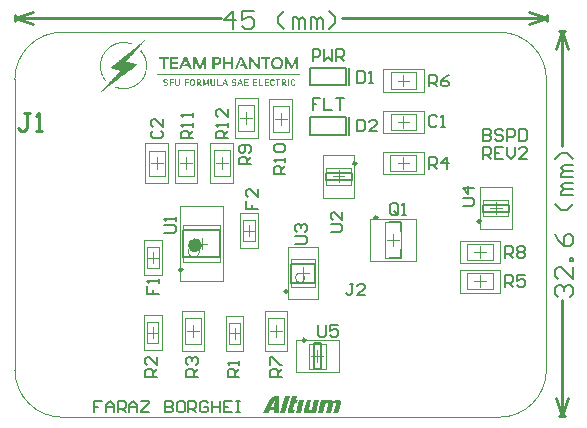
<source format=gto>
G04*
G04 #@! TF.GenerationSoftware,Altium Limited,Altium Designer,18.1.11 (251)*
G04*
G04 Layer_Color=65535*
%FSLAX25Y25*%
%MOIN*%
G70*
G01*
G75*
%ADD10C,0.00984*%
%ADD11C,0.02362*%
%ADD12C,0.00787*%
%ADD13C,0.01000*%
%ADD14C,0.00591*%
%ADD15C,0.00600*%
%ADD16C,0.00394*%
%ADD17C,0.00394*%
%ADD18C,0.00197*%
G36*
X46176Y125061D02*
X46290D01*
X46422Y125045D01*
X46586Y125029D01*
X46750Y124996D01*
X47143Y124946D01*
X47570Y124848D01*
X48029Y124733D01*
X48488Y124569D01*
X48373Y124241D01*
X48357D01*
X48324Y124258D01*
X48259Y124291D01*
X48160Y124307D01*
X48062Y124356D01*
X47930Y124389D01*
X47783Y124438D01*
X47619Y124471D01*
X47258Y124569D01*
X46832Y124651D01*
X46389Y124700D01*
X45930Y124733D01*
X45470D01*
X45323Y124717D01*
X45159Y124700D01*
X44798Y124668D01*
X44388Y124618D01*
X43962Y124537D01*
X43519Y124422D01*
X43503D01*
X43470Y124405D01*
X43404Y124389D01*
X43322Y124356D01*
X43224Y124323D01*
X43093Y124274D01*
X42814Y124159D01*
X42469Y124012D01*
X42109Y123831D01*
X41731Y123618D01*
X41338Y123372D01*
X41321D01*
X41289Y123339D01*
X41239Y123307D01*
X41157Y123241D01*
X41075Y123175D01*
X40977Y123093D01*
X40731Y122880D01*
X40452Y122634D01*
X40157Y122322D01*
X39862Y121978D01*
X39566Y121601D01*
Y121584D01*
X39534Y121552D01*
X39501Y121502D01*
X39452Y121421D01*
X39386Y121322D01*
X39320Y121207D01*
X39239Y121076D01*
X39156Y120929D01*
X38976Y120600D01*
X38796Y120223D01*
X38615Y119813D01*
X38468Y119370D01*
Y119354D01*
X38451Y119321D01*
X38435Y119256D01*
X38418Y119157D01*
X38386Y119059D01*
X38353Y118928D01*
X38337Y118780D01*
X38304Y118616D01*
X38238Y118255D01*
X38189Y117845D01*
X38156Y117419D01*
Y116960D01*
Y116943D01*
Y116911D01*
Y116845D01*
X38173Y116763D01*
X38189Y116648D01*
Y116517D01*
X38205Y116369D01*
X38238Y116222D01*
X38287Y115861D01*
X38386Y115451D01*
X38484Y115024D01*
X38632Y114582D01*
Y114565D01*
X38648Y114532D01*
X38681Y114467D01*
X38714Y114385D01*
X38763Y114286D01*
X38812Y114155D01*
X38960Y113876D01*
X39124Y113549D01*
X39337Y113188D01*
X39599Y112811D01*
X39878Y112433D01*
X39599Y112187D01*
X39583Y112204D01*
X39566Y112236D01*
X39517Y112286D01*
X39468Y112368D01*
X39386Y112466D01*
X39304Y112581D01*
X39222Y112712D01*
X39124Y112860D01*
X38910Y113204D01*
X38697Y113598D01*
X38484Y114024D01*
X38304Y114467D01*
Y114483D01*
X38287Y114516D01*
X38254Y114582D01*
X38238Y114680D01*
X38189Y114778D01*
X38156Y114910D01*
X38107Y115057D01*
X38074Y115221D01*
X37976Y115598D01*
X37894Y116025D01*
X37828Y116468D01*
X37795Y116943D01*
Y116960D01*
Y117009D01*
Y117075D01*
Y117173D01*
Y117288D01*
X37812Y117419D01*
Y117583D01*
X37828Y117747D01*
X37861Y118140D01*
X37927Y118567D01*
X38025Y119026D01*
X38140Y119485D01*
Y119502D01*
X38156Y119535D01*
X38173Y119600D01*
X38205Y119699D01*
X38254Y119797D01*
X38287Y119928D01*
X38353Y120076D01*
X38418Y120240D01*
X38583Y120600D01*
X38763Y120994D01*
X39009Y121404D01*
X39271Y121814D01*
X39288Y121830D01*
X39304Y121863D01*
X39353Y121913D01*
X39419Y121994D01*
X39485Y122093D01*
X39583Y122191D01*
X39812Y122454D01*
X40075Y122749D01*
X40387Y123061D01*
X40747Y123372D01*
X41124Y123667D01*
X41141Y123684D01*
X41174Y123700D01*
X41239Y123733D01*
X41305Y123782D01*
X41403Y123848D01*
X41535Y123913D01*
X41666Y123995D01*
X41813Y124077D01*
X42158Y124258D01*
X42535Y124438D01*
X42961Y124618D01*
X43404Y124766D01*
X43420D01*
X43453Y124783D01*
X43519Y124799D01*
X43617Y124815D01*
X43732Y124848D01*
X43863Y124881D01*
X44011Y124914D01*
X44191Y124946D01*
X44568Y124996D01*
X44995Y125045D01*
X45454Y125078D01*
X46077D01*
X46176Y125061D01*
D02*
G37*
G36*
X82272Y116008D02*
X81534D01*
Y117714D01*
X79550D01*
Y116008D01*
X78795D01*
Y120010D01*
X79550D01*
Y118354D01*
X81534D01*
Y120010D01*
X82272D01*
Y116008D01*
D02*
G37*
G36*
X77303Y119994D02*
X77434Y119977D01*
X77582Y119945D01*
X77729Y119879D01*
X77877Y119813D01*
X78008Y119715D01*
X78025Y119699D01*
X78057Y119666D01*
X78106Y119600D01*
X78172Y119502D01*
X78221Y119387D01*
X78271Y119239D01*
X78303Y119075D01*
X78320Y118878D01*
Y118846D01*
Y118780D01*
X78303Y118665D01*
X78271Y118534D01*
X78221Y118370D01*
X78139Y118206D01*
X78041Y118042D01*
X77893Y117894D01*
X77877Y117878D01*
X77811Y117829D01*
X77713Y117763D01*
X77582Y117698D01*
X77401Y117599D01*
X77172Y117517D01*
X76909Y117452D01*
X76614Y117386D01*
X76516Y118059D01*
X76532D01*
X76598Y118075D01*
X76696Y118091D01*
X76794Y118124D01*
X77057Y118206D01*
X77172Y118272D01*
X77270Y118337D01*
X77286Y118354D01*
X77319Y118370D01*
X77352Y118419D01*
X77401Y118485D01*
X77500Y118649D01*
X77516Y118747D01*
X77533Y118862D01*
Y118878D01*
Y118895D01*
X77516Y118993D01*
X77483Y119124D01*
X77401Y119223D01*
X77385Y119239D01*
X77303Y119289D01*
X77188Y119338D01*
X77040Y119354D01*
X76024D01*
Y116008D01*
X75286D01*
Y120010D01*
X77188D01*
X77303Y119994D01*
D02*
G37*
G36*
X91095Y116008D02*
X90341D01*
X88225Y118977D01*
Y116008D01*
X87504D01*
Y120010D01*
X88242D01*
X90374Y117091D01*
Y120010D01*
X91095D01*
Y116008D01*
D02*
G37*
G36*
X103756D02*
X103084D01*
Y118780D01*
X101969Y116008D01*
X101345D01*
X100230Y118780D01*
Y116008D01*
X99558D01*
Y120010D01*
X100312D01*
X101690Y116976D01*
X103018Y120010D01*
X103756D01*
Y116008D01*
D02*
G37*
G36*
X73170D02*
X72481D01*
Y118780D01*
X71399Y116008D01*
X70759D01*
X69644Y118780D01*
Y116008D01*
X68955D01*
Y120010D01*
X69743D01*
X71087Y116976D01*
X72432Y120010D01*
X73170D01*
Y116008D01*
D02*
G37*
G36*
X94556Y119370D02*
X93408D01*
Y116008D01*
X92670D01*
Y119370D01*
X91505D01*
Y120010D01*
X94556D01*
Y119370D01*
D02*
G37*
G36*
X87012Y116008D02*
X86225D01*
X85749Y117091D01*
X84421D01*
X84683Y117730D01*
X85487D01*
X84847Y119256D01*
X83518Y116008D01*
X82764D01*
X84470Y120010D01*
X85273D01*
X87012Y116008D01*
D02*
G37*
G36*
X68480D02*
X67660D01*
X67217Y117091D01*
X65872D01*
X66118Y117730D01*
X66938D01*
X66315Y119256D01*
X64970Y116008D01*
X64216D01*
X65921Y120010D01*
X66725D01*
X68480Y116008D01*
D02*
G37*
G36*
X63838Y119370D02*
X61838D01*
Y118354D01*
X63757D01*
Y117698D01*
X61805D01*
Y116648D01*
X63871D01*
Y116008D01*
X61083D01*
Y120010D01*
X63838D01*
Y119370D01*
D02*
G37*
G36*
X60673D02*
X59509D01*
Y116008D01*
X58771D01*
Y119370D01*
X57607D01*
Y120010D01*
X60673D01*
Y119370D01*
D02*
G37*
G36*
X97196Y120010D02*
X97409Y119977D01*
X97655Y119912D01*
X97901Y119830D01*
X98147Y119699D01*
X98344Y119518D01*
X98361Y119502D01*
X98426Y119420D01*
X98508Y119305D01*
X98606Y119141D01*
X98689Y118928D01*
X98770Y118665D01*
X98836Y118354D01*
X98852Y117993D01*
Y117976D01*
Y117944D01*
Y117894D01*
Y117829D01*
X98820Y117648D01*
X98787Y117435D01*
X98721Y117189D01*
X98639Y116927D01*
X98508Y116681D01*
X98344Y116468D01*
X98328Y116451D01*
X98246Y116386D01*
X98131Y116304D01*
X97967Y116222D01*
X97770Y116123D01*
X97508Y116041D01*
X97196Y115976D01*
X96852Y115959D01*
X96753D01*
X96688Y115976D01*
X96524Y115992D01*
X96311Y116025D01*
X96065Y116091D01*
X95819Y116173D01*
X95589Y116304D01*
X95376Y116468D01*
X95359Y116500D01*
X95294Y116566D01*
X95212Y116681D01*
X95130Y116861D01*
X95031Y117075D01*
X94933Y117337D01*
X94867Y117648D01*
X94835Y117993D01*
Y118009D01*
Y118042D01*
Y118091D01*
X94851Y118157D01*
X94867Y118337D01*
X94900Y118567D01*
X94966Y118813D01*
X95048Y119059D01*
X95179Y119305D01*
X95343Y119518D01*
X95359Y119535D01*
X95441Y119600D01*
X95556Y119682D01*
X95720Y119781D01*
X95933Y119879D01*
X96196Y119961D01*
X96507Y120027D01*
X96852Y120043D01*
X97016D01*
X97196Y120010D01*
D02*
G37*
G36*
X104625Y113942D02*
X56704D01*
Y114286D01*
X104625D01*
Y113942D01*
D02*
G37*
G36*
X82780Y112679D02*
X82912Y112646D01*
X82928D01*
X82945Y112630D01*
X83026Y112614D01*
X83125Y112565D01*
X83240Y112483D01*
X83059Y112187D01*
X83043Y112204D01*
X82977Y112236D01*
X82879Y112286D01*
X82780Y112319D01*
X82764Y112335D01*
X82699Y112351D01*
X82600Y112368D01*
X82502Y112384D01*
X82452D01*
X82338Y112351D01*
X82321D01*
X82305Y112335D01*
X82223Y112302D01*
X82190Y112269D01*
X82174Y112236D01*
X82141Y112187D01*
Y112171D01*
Y112154D01*
X82125Y112056D01*
Y112023D01*
X82141Y111958D01*
X82157Y111941D01*
X82190Y111859D01*
X82206Y111843D01*
X82272Y111794D01*
X82288D01*
X82321Y111777D01*
X82371D01*
X82436Y111761D01*
X82452D01*
X82469Y111744D01*
X82534Y111728D01*
X82715D01*
X82780Y111712D01*
X82863Y111695D01*
X82961Y111646D01*
X82977Y111630D01*
X83043Y111613D01*
X83092Y111564D01*
X83158Y111498D01*
X83174Y111482D01*
X83207Y111433D01*
X83240Y111367D01*
X83272Y111285D01*
Y111269D01*
X83289Y111220D01*
X83305Y111154D01*
Y111072D01*
Y111056D01*
Y111023D01*
X83289Y110957D01*
Y110892D01*
X83223Y110728D01*
X83174Y110646D01*
X83109Y110580D01*
X83092D01*
X83076Y110547D01*
X83026Y110531D01*
X82961Y110498D01*
X82879Y110465D01*
X82780Y110449D01*
X82649Y110416D01*
X82420D01*
X82354Y110433D01*
X82206Y110449D01*
X82042Y110482D01*
X82026D01*
X82010Y110498D01*
X81911Y110547D01*
X81780Y110613D01*
X81649Y110728D01*
X81879Y110990D01*
X81895Y110974D01*
X81960Y110924D01*
X82059Y110859D01*
X82157Y110810D01*
X82190D01*
X82272Y110793D01*
X82387Y110777D01*
X82518Y110760D01*
X82551D01*
X82649Y110777D01*
X82748Y110793D01*
X82846Y110826D01*
X82863Y110843D01*
X82912Y110892D01*
X82945Y110957D01*
X82961Y111072D01*
Y111089D01*
Y111138D01*
X82928Y111203D01*
X82895Y111269D01*
X82879Y111285D01*
X82846Y111318D01*
X82764Y111351D01*
X82666Y111384D01*
X82502D01*
X82469Y111400D01*
X82371Y111416D01*
X82354D01*
X82288Y111433D01*
X82190Y111449D01*
X82108Y111482D01*
X82092Y111498D01*
X82042Y111531D01*
X81977Y111581D01*
X81928Y111646D01*
X81911Y111662D01*
X81879Y111695D01*
X81846Y111761D01*
X81813Y111827D01*
Y111843D01*
X81796Y111892D01*
X81780Y111974D01*
Y112056D01*
Y112089D01*
Y112154D01*
X81796Y112236D01*
X81813Y112335D01*
X81829Y112351D01*
X81846Y112400D01*
X81895Y112466D01*
X81960Y112548D01*
X81977Y112565D01*
X82026Y112597D01*
X82108Y112630D01*
X82190Y112663D01*
X82206Y112679D01*
X82288Y112696D01*
X82387Y112712D01*
X82649D01*
X82780Y112679D01*
D02*
G37*
G36*
X59968D02*
X60116Y112646D01*
X60132D01*
X60149Y112630D01*
X60230Y112614D01*
X60329Y112565D01*
X60444Y112483D01*
X60263Y112187D01*
X60247Y112204D01*
X60181Y112236D01*
X60083Y112286D01*
X59984Y112319D01*
X59952Y112335D01*
X59886Y112351D01*
X59804Y112368D01*
X59689Y112384D01*
X59640D01*
X59542Y112351D01*
X59525D01*
X59509Y112335D01*
X59427Y112302D01*
X59394Y112269D01*
X59378Y112236D01*
X59345Y112187D01*
Y112171D01*
X59329Y112154D01*
X59312Y112056D01*
Y112023D01*
X59329Y111958D01*
X59345Y111941D01*
X59394Y111859D01*
X59411Y111843D01*
X59476Y111794D01*
X59492D01*
X59525Y111777D01*
X59575D01*
X59640Y111761D01*
X59657D01*
X59673Y111744D01*
X59738Y111728D01*
X59919D01*
X59984Y111712D01*
X60066Y111695D01*
X60165Y111646D01*
X60181Y111630D01*
X60247Y111613D01*
X60296Y111564D01*
X60362Y111498D01*
X60378Y111482D01*
X60411Y111433D01*
X60444Y111367D01*
X60476Y111285D01*
Y111269D01*
X60493Y111220D01*
X60509Y111154D01*
Y111072D01*
Y111056D01*
Y111023D01*
X60493Y110957D01*
X60476Y110892D01*
X60411Y110728D01*
X60362Y110646D01*
X60296Y110580D01*
X60280D01*
X60263Y110547D01*
X60214Y110531D01*
X60149Y110498D01*
X60066Y110465D01*
X59968Y110449D01*
X59853Y110416D01*
X59624D01*
X59558Y110433D01*
X59411Y110449D01*
X59246Y110482D01*
X59230D01*
X59214Y110498D01*
X59115Y110547D01*
X58984Y110613D01*
X58837Y110728D01*
X59083Y110990D01*
X59099Y110974D01*
X59165Y110924D01*
X59246Y110859D01*
X59361Y110810D01*
X59394D01*
X59476Y110793D01*
X59591Y110777D01*
X59722Y110760D01*
X59755D01*
X59853Y110777D01*
X59952Y110793D01*
X60050Y110826D01*
X60066Y110843D01*
X60116Y110892D01*
X60149Y110957D01*
X60165Y111072D01*
Y111089D01*
X60149Y111138D01*
X60132Y111203D01*
X60083Y111269D01*
X60066Y111285D01*
X60034Y111318D01*
X59968Y111351D01*
X59870Y111384D01*
X59706D01*
X59673Y111400D01*
X59624D01*
X59558Y111416D01*
X59542D01*
X59476Y111433D01*
X59394Y111449D01*
X59312Y111482D01*
X59296Y111498D01*
X59246Y111531D01*
X59181Y111581D01*
X59115Y111646D01*
X59099Y111662D01*
X59083Y111695D01*
X59033Y111761D01*
X59000Y111827D01*
Y111843D01*
X58984Y111892D01*
X58968Y111974D01*
X58951Y112056D01*
Y112089D01*
Y112154D01*
X58968Y112236D01*
X59000Y112335D01*
X59017Y112351D01*
X59050Y112400D01*
X59099Y112466D01*
X59165Y112548D01*
X59181Y112565D01*
X59230Y112597D01*
X59296Y112630D01*
X59378Y112663D01*
X59411Y112679D01*
X59476Y112696D01*
X59575Y112712D01*
X59837D01*
X59968Y112679D01*
D02*
G37*
G36*
X102346Y112696D02*
X102444Y112663D01*
X102461D01*
X102526Y112630D01*
X102608Y112597D01*
X102690Y112532D01*
X102707Y112515D01*
X102756Y112466D01*
X102805Y112400D01*
X102854Y112302D01*
X102871Y112286D01*
X102887Y112220D01*
X102936Y112138D01*
X102969Y112040D01*
X102575D01*
Y112056D01*
X102559Y112089D01*
X102526Y112171D01*
Y112187D01*
X102510Y112204D01*
X102444Y112286D01*
X102428Y112302D01*
X102395Y112319D01*
X102296Y112351D01*
X102280D01*
X102247Y112368D01*
X102149Y112384D01*
X102116Y112368D01*
X102050Y112351D01*
X102018D01*
X101936Y112335D01*
X101919Y112319D01*
X101870Y112269D01*
X101854Y112253D01*
X101804Y112220D01*
X101788Y112187D01*
X101739Y112122D01*
Y112089D01*
X101723Y112023D01*
Y112007D01*
X101706Y111990D01*
Y111925D01*
X101690Y111843D01*
Y111827D01*
Y111761D01*
Y111679D01*
Y111581D01*
Y111548D01*
Y111482D01*
Y111384D01*
Y111285D01*
Y111269D01*
X101706Y111220D01*
Y111154D01*
X101723Y111105D01*
Y111072D01*
X101739Y111006D01*
X101755Y110974D01*
X101804Y110908D01*
X101821Y110892D01*
X101870Y110843D01*
X101886Y110826D01*
X101936Y110810D01*
X101952D01*
X101969Y110793D01*
X102050Y110760D01*
X102182D01*
X102231Y110777D01*
X102313Y110793D01*
X102395Y110826D01*
X102411Y110843D01*
X102461Y110892D01*
X102526Y110957D01*
X102575Y111072D01*
X102969D01*
X102953Y111039D01*
X102936Y110974D01*
X102887Y110875D01*
X102838Y110777D01*
X102821Y110760D01*
X102788Y110711D01*
X102739Y110646D01*
X102674Y110564D01*
X102657Y110547D01*
X102608Y110531D01*
X102526Y110482D01*
X102428Y110449D01*
X102411D01*
X102346Y110433D01*
X102247Y110416D01*
X102083D01*
X102001Y110433D01*
X101919Y110449D01*
X101903D01*
X101854Y110465D01*
X101788Y110498D01*
X101706Y110531D01*
X101690Y110547D01*
X101657Y110580D01*
X101542Y110662D01*
Y110679D01*
X101509Y110711D01*
X101444Y110810D01*
X101427Y110826D01*
X101411Y110859D01*
Y110875D01*
Y110908D01*
X101394Y110924D01*
X101378Y110957D01*
Y110974D01*
Y110990D01*
Y111039D01*
Y111056D01*
X101362Y111089D01*
X101345Y111154D01*
X101329Y111236D01*
Y111252D01*
Y111335D01*
Y111433D01*
Y111581D01*
Y111597D01*
Y111613D01*
Y111695D01*
Y111794D01*
Y111892D01*
Y111908D01*
X101345Y111974D01*
X101362Y112023D01*
X101378Y112089D01*
Y112105D01*
Y112122D01*
X101394Y112204D01*
Y112220D01*
X101411Y112236D01*
X101444Y112319D01*
X101460Y112335D01*
X101477Y112368D01*
X101542Y112466D01*
X101558Y112483D01*
X101591Y112515D01*
X101640Y112565D01*
X101706Y112597D01*
X101723Y112614D01*
X101772Y112630D01*
X101837Y112663D01*
X101919Y112679D01*
X101936D01*
X101985Y112696D01*
X102067Y112712D01*
X102247D01*
X102346Y112696D01*
D02*
G37*
G36*
X95556D02*
X95654Y112663D01*
X95687D01*
X95736Y112630D01*
X95819Y112597D01*
X95900Y112532D01*
X95917Y112515D01*
X95966Y112466D01*
X96015Y112400D01*
X96065Y112302D01*
X96081Y112286D01*
X96097Y112220D01*
X96130Y112138D01*
X96163Y112040D01*
X95802D01*
Y112056D01*
X95786Y112089D01*
X95736Y112171D01*
Y112187D01*
X95720Y112204D01*
X95638Y112286D01*
Y112302D01*
X95605Y112319D01*
X95523Y112351D01*
X95507D01*
X95474Y112368D01*
X95376Y112384D01*
X95359D01*
X95327Y112368D01*
X95244Y112351D01*
X95212D01*
X95162Y112335D01*
X95130Y112319D01*
X95081Y112269D01*
X95064Y112253D01*
X94999Y112220D01*
X94982Y112187D01*
X94949Y112122D01*
X94933Y112089D01*
X94916Y112023D01*
Y112007D01*
Y111990D01*
X94900Y111925D01*
Y111843D01*
Y111827D01*
Y111761D01*
Y111679D01*
Y111581D01*
Y111548D01*
Y111482D01*
Y111384D01*
Y111285D01*
Y111269D01*
Y111220D01*
Y111154D01*
X94916Y111105D01*
X94933Y111072D01*
X94949Y111006D01*
X94966Y110974D01*
X94999Y110908D01*
X95015D01*
X95031Y110892D01*
X95081Y110843D01*
X95097Y110826D01*
X95162Y110810D01*
X95179Y110793D01*
X95244Y110760D01*
X95392D01*
X95458Y110777D01*
X95540Y110793D01*
X95622Y110826D01*
X95638Y110843D01*
X95687Y110892D01*
X95753Y110957D01*
X95802Y111072D01*
X96163D01*
Y111039D01*
X96147Y110974D01*
X96114Y110875D01*
X96065Y110777D01*
X96048Y110760D01*
X96015Y110711D01*
X95950Y110646D01*
X95868Y110564D01*
X95851Y110547D01*
X95802Y110531D01*
X95736Y110482D01*
X95638Y110449D01*
X95622D01*
X95556Y110433D01*
X95474Y110416D01*
X95294D01*
X95195Y110433D01*
X95113Y110449D01*
X95097D01*
X95048Y110465D01*
X94916Y110531D01*
X94900Y110547D01*
X94867Y110580D01*
X94753Y110662D01*
X94736Y110679D01*
X94720Y110711D01*
X94638Y110810D01*
Y110826D01*
X94621Y110859D01*
Y110875D01*
X94605Y110908D01*
X94589Y110924D01*
X94572Y110957D01*
Y110974D01*
Y110990D01*
Y111039D01*
Y111056D01*
Y111089D01*
X94556Y111154D01*
Y111236D01*
Y111252D01*
Y111335D01*
Y111433D01*
Y111581D01*
Y111597D01*
Y111613D01*
Y111695D01*
Y111794D01*
Y111892D01*
Y111908D01*
Y111974D01*
Y112023D01*
X94572Y112089D01*
Y112105D01*
X94589Y112122D01*
X94605Y112204D01*
Y112220D01*
X94621Y112236D01*
X94638Y112319D01*
X94654Y112335D01*
X94670Y112368D01*
X94753Y112466D01*
X94769Y112483D01*
X94802Y112515D01*
X94916Y112597D01*
X94933Y112614D01*
X94966Y112630D01*
X95031Y112663D01*
X95113Y112679D01*
X95130D01*
X95195Y112696D01*
X95277Y112712D01*
X95474D01*
X95556Y112696D01*
D02*
G37*
G36*
X74056Y110433D02*
X73711D01*
Y111843D01*
X73695D01*
X73236Y110760D01*
X72940D01*
X72465Y111843D01*
X72448D01*
Y110433D01*
X72104D01*
Y112696D01*
X72432D01*
X73088Y111220D01*
X73728Y112696D01*
X74056D01*
Y110433D01*
D02*
G37*
G36*
X76270Y111187D02*
Y111154D01*
Y111089D01*
X76237Y110990D01*
X76204Y110875D01*
X76188Y110859D01*
X76171Y110793D01*
X76106Y110711D01*
X76024Y110629D01*
X76007Y110613D01*
X75958Y110564D01*
X75876Y110514D01*
X75778Y110465D01*
X75745D01*
X75679Y110449D01*
X75581Y110433D01*
X75466Y110416D01*
X75351D01*
X75253Y110433D01*
X75138Y110465D01*
X75122Y110482D01*
X75056Y110498D01*
X74974Y110564D01*
X74892Y110629D01*
X74876Y110646D01*
X74827Y110711D01*
X74761Y110777D01*
X74695Y110875D01*
Y110908D01*
X74679Y110974D01*
X74663Y111072D01*
X74646Y111187D01*
Y112696D01*
X74990D01*
Y111236D01*
Y111220D01*
Y111170D01*
X75023Y111039D01*
Y111023D01*
X75056Y110990D01*
X75089Y110941D01*
X75138Y110875D01*
X75155Y110859D01*
X75187Y110843D01*
X75269Y110777D01*
X75318D01*
X75384Y110760D01*
X75532D01*
X75647Y110777D01*
X75663D01*
X75696Y110810D01*
X75794Y110875D01*
X75810Y110892D01*
X75827Y110924D01*
X75893Y111039D01*
Y111056D01*
X75909Y111089D01*
X75925Y111154D01*
Y111236D01*
Y112696D01*
X76270D01*
Y111187D01*
D02*
G37*
G36*
X64495D02*
Y111154D01*
Y111089D01*
X64462Y110990D01*
X64429Y110875D01*
X64412Y110859D01*
X64396Y110793D01*
X64331Y110711D01*
X64249Y110629D01*
X64232Y110613D01*
X64183Y110564D01*
X64101Y110514D01*
X64003Y110465D01*
X63970D01*
X63904Y110449D01*
X63806Y110433D01*
X63674Y110416D01*
X63576D01*
X63478Y110433D01*
X63363Y110465D01*
X63346Y110482D01*
X63281Y110498D01*
X63199Y110564D01*
X63117Y110629D01*
X63100Y110646D01*
X63051Y110711D01*
X62986Y110777D01*
X62920Y110875D01*
Y110908D01*
X62904Y110974D01*
X62887Y111072D01*
X62871Y111187D01*
Y112696D01*
X63215D01*
Y111236D01*
Y111220D01*
Y111170D01*
X63248Y111039D01*
Y111023D01*
X63281Y110990D01*
X63346Y110875D01*
X63363Y110859D01*
X63396Y110843D01*
X63494Y110777D01*
X63543D01*
X63609Y110760D01*
X63806D01*
X63855Y110777D01*
X63871D01*
X63904Y110810D01*
X64003Y110875D01*
X64019Y110892D01*
X64052Y110924D01*
X64085Y110974D01*
X64117Y111039D01*
Y111056D01*
X64134Y111089D01*
X64150Y111154D01*
Y111236D01*
Y112696D01*
X64495D01*
Y111187D01*
D02*
G37*
G36*
X100788Y110433D02*
X100443D01*
Y112696D01*
X100788D01*
Y110433D01*
D02*
G37*
G36*
X99394Y112679D02*
X99476Y112663D01*
X99492D01*
X99541Y112646D01*
X99673Y112565D01*
X99689Y112548D01*
X99738Y112499D01*
X99787Y112433D01*
X99836Y112351D01*
X99853Y112335D01*
X99869Y112269D01*
X99886Y112187D01*
X99902Y112073D01*
Y112056D01*
Y112040D01*
X99886Y111925D01*
X99853Y111794D01*
X99787Y111662D01*
X99771Y111646D01*
X99705Y111581D01*
X99607Y111498D01*
X99476Y111433D01*
X99984Y110433D01*
X99590D01*
X99098Y111400D01*
X98672D01*
Y110433D01*
X98328D01*
Y112696D01*
X99295D01*
X99394Y112679D01*
D02*
G37*
G36*
X97934Y112400D02*
X97311D01*
Y110433D01*
X96966D01*
Y112400D01*
X96343D01*
Y112696D01*
X97934D01*
Y112400D01*
D02*
G37*
G36*
X94146Y112384D02*
X93031D01*
Y111728D01*
X93982D01*
Y111416D01*
X93031D01*
Y110760D01*
X94146D01*
Y110433D01*
X92686D01*
Y112696D01*
X94146D01*
Y112384D01*
D02*
G37*
G36*
X91095Y110760D02*
X92211D01*
Y110433D01*
X90751D01*
Y112696D01*
X91095D01*
Y110760D01*
D02*
G37*
G36*
X90259Y112384D02*
X89160D01*
Y111728D01*
X90111D01*
Y111416D01*
X89160D01*
Y110760D01*
X90259D01*
Y110433D01*
X88816D01*
Y112696D01*
X90259D01*
Y112384D01*
D02*
G37*
G36*
X87389D02*
X86290D01*
Y111728D01*
X87241D01*
Y111416D01*
X86290D01*
Y110760D01*
X87389D01*
Y110433D01*
X85946D01*
Y112696D01*
X87389D01*
Y112384D01*
D02*
G37*
G36*
X85552Y110433D02*
X85175D01*
X85011Y110924D01*
X84142D01*
X83978Y110433D01*
X83600D01*
X84437Y112696D01*
X84716D01*
X85552Y110433D01*
D02*
G37*
G36*
X80517D02*
X80140D01*
X79976Y110924D01*
X79107D01*
X78943Y110433D01*
X78566D01*
X79402Y112696D01*
X79681D01*
X80517Y110433D01*
D02*
G37*
G36*
X77205Y110760D02*
X78336D01*
Y110433D01*
X76876D01*
Y112696D01*
X77205D01*
Y110760D01*
D02*
G37*
G36*
X71055Y112679D02*
X71136Y112663D01*
X71153D01*
X71202Y112646D01*
X71284Y112614D01*
X71366Y112565D01*
X71382Y112548D01*
X71415Y112499D01*
X71465Y112433D01*
X71514Y112351D01*
X71530Y112335D01*
X71547Y112269D01*
X71563Y112187D01*
X71579Y112073D01*
Y112056D01*
Y112040D01*
X71563Y111925D01*
X71530Y111794D01*
X71465Y111662D01*
X71448Y111646D01*
X71382Y111581D01*
X71284Y111498D01*
X71136Y111433D01*
X71678Y110433D01*
X71251D01*
X70792Y111400D01*
X70333D01*
Y110433D01*
X69989D01*
Y112696D01*
X70973D01*
X71055Y112679D01*
D02*
G37*
G36*
X67463Y112384D02*
X66364D01*
Y111712D01*
X67315D01*
Y111400D01*
X66364D01*
Y110433D01*
X66020D01*
Y112696D01*
X67463D01*
Y112384D01*
D02*
G37*
G36*
X62494D02*
X61379D01*
Y111712D01*
X62330D01*
Y111400D01*
X61379D01*
Y110433D01*
X61034D01*
Y112696D01*
X62494D01*
Y112384D01*
D02*
G37*
G36*
X68791Y112696D02*
X68873Y112679D01*
X68890D01*
X68939Y112663D01*
X69004Y112646D01*
X69070Y112597D01*
X69086Y112581D01*
X69136Y112565D01*
X69234Y112466D01*
X69251Y112450D01*
X69267Y112417D01*
X69332Y112319D01*
X69349Y112286D01*
X69382Y112204D01*
X69398Y112171D01*
X69431Y112089D01*
Y112073D01*
Y112040D01*
Y111974D01*
Y111892D01*
Y111876D01*
X69447Y111810D01*
Y111712D01*
Y111581D01*
Y111564D01*
Y111548D01*
Y111466D01*
Y111351D01*
X69431Y111236D01*
Y111220D01*
Y111170D01*
Y111105D01*
Y111039D01*
Y111023D01*
X69415Y111006D01*
X69382Y110908D01*
X69365Y110875D01*
X69332Y110810D01*
Y110793D01*
X69316Y110760D01*
X69234Y110662D01*
X69218Y110646D01*
X69185Y110629D01*
X69136Y110580D01*
X69070Y110531D01*
X69054D01*
X69021Y110498D01*
X68955Y110482D01*
X68873Y110449D01*
X68857D01*
X68808Y110433D01*
X68726Y110416D01*
X68545D01*
X68463Y110433D01*
X68381Y110449D01*
X68365D01*
X68316Y110465D01*
X68185Y110531D01*
X68168Y110547D01*
X68135Y110580D01*
X68020Y110662D01*
X68004Y110679D01*
X67988Y110711D01*
X67922Y110810D01*
X67906Y110826D01*
X67889Y110859D01*
Y110875D01*
X67873Y110908D01*
Y110924D01*
X67857Y110957D01*
Y110974D01*
Y110990D01*
X67840Y111039D01*
Y111056D01*
Y111089D01*
Y111154D01*
X67824Y111236D01*
Y111252D01*
Y111335D01*
X67807Y111433D01*
Y111581D01*
Y111597D01*
Y111613D01*
Y111695D01*
Y111794D01*
X67824Y111892D01*
Y111908D01*
X67840Y111974D01*
Y112023D01*
Y112089D01*
Y112105D01*
X67857Y112122D01*
X67873Y112204D01*
Y112220D01*
X67889Y112236D01*
X67922Y112319D01*
Y112335D01*
X67955Y112368D01*
X68020Y112466D01*
X68037Y112483D01*
X68070Y112515D01*
X68119Y112565D01*
X68185Y112597D01*
X68201Y112614D01*
X68234Y112630D01*
X68299Y112663D01*
X68381Y112679D01*
X68398D01*
X68463Y112696D01*
X68529Y112712D01*
X68709D01*
X68791Y112696D01*
D02*
G37*
G36*
X51588Y122405D02*
X51604Y122372D01*
X51653Y122322D01*
X51719Y122240D01*
X51784Y122159D01*
X51867Y122044D01*
X51965Y121913D01*
X52063Y121781D01*
X52293Y121453D01*
X52506Y121076D01*
X52736Y120650D01*
X52933Y120207D01*
Y120191D01*
X52949Y120158D01*
X52982Y120092D01*
X53014Y119994D01*
X53047Y119879D01*
X53096Y119748D01*
X53146Y119600D01*
X53195Y119420D01*
X53293Y119043D01*
X53392Y118616D01*
X53457Y118140D01*
X53506Y117648D01*
Y117632D01*
Y117583D01*
Y117517D01*
Y117419D01*
Y117304D01*
Y117157D01*
Y116992D01*
X53490Y116812D01*
X53457Y116419D01*
X53408Y115976D01*
X53310Y115500D01*
X53195Y115008D01*
Y114992D01*
X53179Y114959D01*
X53162Y114877D01*
X53129Y114795D01*
X53080Y114680D01*
X53031Y114549D01*
X52982Y114385D01*
X52916Y114221D01*
X52752Y113860D01*
X52555Y113467D01*
X52326Y113040D01*
X52047Y112630D01*
X52030Y112614D01*
X52014Y112581D01*
X51965Y112532D01*
X51899Y112450D01*
X51834Y112351D01*
X51735Y112236D01*
X51522Y111990D01*
X51243Y111695D01*
X50915Y111384D01*
X50555Y111056D01*
X50144Y110760D01*
X50128D01*
X50095Y110728D01*
X50030Y110695D01*
X49948Y110646D01*
X49849Y110580D01*
X49735Y110498D01*
X49587Y110416D01*
X49439Y110334D01*
X49079Y110154D01*
X48669Y109973D01*
X48226Y109793D01*
X47750Y109645D01*
X47734D01*
X47668Y109629D01*
X47553Y109596D01*
X47422Y109563D01*
X47258Y109530D01*
X47094Y109498D01*
X46701Y109432D01*
X46684D01*
X46619Y109416D01*
X46504D01*
X46373Y109399D01*
X46225Y109383D01*
X46044D01*
X45651Y109367D01*
X45520D01*
X45372Y109383D01*
X45175D01*
X44929Y109399D01*
X44683Y109432D01*
X44405Y109465D01*
X44109Y109514D01*
X44076D01*
X43978Y109547D01*
X43830Y109580D01*
X43634Y109629D01*
X43404Y109695D01*
X43158Y109776D01*
X42617Y109973D01*
X42748Y110318D01*
X42764D01*
X42797Y110301D01*
X42863Y110268D01*
X42961Y110236D01*
X43076Y110187D01*
X43207Y110154D01*
X43355Y110105D01*
X43519Y110055D01*
X43896Y109941D01*
X44322Y109842D01*
X44765Y109776D01*
X45241Y109727D01*
X46028D01*
X46389Y109760D01*
X46815Y109809D01*
X47258Y109875D01*
X47701Y109990D01*
X47717D01*
X47750Y110006D01*
X47816Y110022D01*
X47898Y110055D01*
X48013Y110088D01*
X48127Y110137D01*
X48423Y110252D01*
X48767Y110400D01*
X49144Y110580D01*
X49538Y110810D01*
X49931Y111056D01*
X49948Y111072D01*
X49981Y111089D01*
X50030Y111121D01*
X50112Y111187D01*
X50194Y111252D01*
X50309Y111335D01*
X50555Y111548D01*
X50833Y111810D01*
X51145Y112105D01*
X51456Y112450D01*
X51752Y112843D01*
X51768Y112860D01*
X51784Y112892D01*
X51834Y112958D01*
X51883Y113024D01*
X51948Y113122D01*
X52014Y113253D01*
X52096Y113384D01*
X52178Y113532D01*
X52359Y113876D01*
X52555Y114270D01*
X52719Y114680D01*
X52867Y115139D01*
Y115156D01*
X52883Y115189D01*
X52900Y115254D01*
X52916Y115352D01*
X52949Y115467D01*
X52982Y115598D01*
X53014Y115746D01*
X53047Y115910D01*
X53096Y116271D01*
X53146Y116697D01*
X53162Y117124D01*
Y117583D01*
Y117599D01*
Y117632D01*
Y117698D01*
X53146Y117796D01*
X53129Y117911D01*
Y118042D01*
X53096Y118190D01*
X53080Y118354D01*
X53014Y118714D01*
X52916Y119124D01*
X52801Y119567D01*
X52637Y120010D01*
Y120027D01*
X52621Y120059D01*
X52588Y120125D01*
X52555Y120207D01*
X52506Y120322D01*
X52441Y120437D01*
X52293Y120732D01*
X52113Y121060D01*
X51883Y121421D01*
X51604Y121798D01*
X51293Y122175D01*
X51571Y122421D01*
X51588Y122405D01*
D02*
G37*
G36*
X52933Y125947D02*
X52949Y125898D01*
X52965Y125881D01*
X52982Y125865D01*
X52965Y125848D01*
X52949Y125832D01*
X52900Y125783D01*
X52851Y125717D01*
X52687Y125537D01*
X52473Y125307D01*
X52227Y125029D01*
X51965Y124717D01*
X51670Y124389D01*
X51358Y124045D01*
X51342Y124028D01*
X51325Y124012D01*
X51276Y123962D01*
X51227Y123897D01*
X51063Y123716D01*
X50850Y123487D01*
X50620Y123208D01*
X50341Y122897D01*
X50046Y122569D01*
X49751Y122224D01*
X49735Y122208D01*
X49718Y122191D01*
X49669Y122142D01*
X49620Y122076D01*
X49456Y121896D01*
X49242Y121667D01*
X48996Y121388D01*
X48718Y121076D01*
X48423Y120748D01*
X48111Y120404D01*
X48094Y120387D01*
X48078Y120371D01*
X48029Y120322D01*
X47980Y120256D01*
X47816Y120076D01*
X47602Y119846D01*
X47357Y119567D01*
X47078Y119256D01*
X46782Y118928D01*
X46471Y118583D01*
X46487D01*
X46520Y118567D01*
X46569Y118551D01*
X46635Y118534D01*
X46717Y118518D01*
X46832Y118485D01*
X47078Y118419D01*
X47373Y118337D01*
X47684Y118255D01*
X48029Y118157D01*
X48390Y118059D01*
X48406D01*
X48439Y118042D01*
X48488D01*
X48554Y118009D01*
X48636Y117993D01*
X48750Y117960D01*
X48996Y117911D01*
X49275Y117829D01*
X49603Y117747D01*
X49964Y117648D01*
X50325Y117550D01*
X50309Y117534D01*
X50243Y117484D01*
X50161Y117435D01*
X50079Y117370D01*
X50063Y117353D01*
X50013Y117321D01*
X49948Y117255D01*
X49866Y117189D01*
X49849Y117173D01*
X49800Y117140D01*
X49718Y117075D01*
X49620Y117009D01*
X49488Y116911D01*
X49325Y116796D01*
X49144Y116665D01*
X48947Y116517D01*
X48734Y116353D01*
X48504Y116189D01*
X48013Y115812D01*
X47488Y115418D01*
X46946Y115008D01*
X46930Y114992D01*
X46881Y114959D01*
X46799Y114893D01*
X46701Y114828D01*
X46569Y114729D01*
X46422Y114614D01*
X46241Y114483D01*
X46044Y114336D01*
X45848Y114172D01*
X45618Y114008D01*
X45126Y113630D01*
X44601Y113237D01*
X44060Y112827D01*
X44044Y112811D01*
X43995Y112778D01*
X43913Y112729D01*
X43814Y112646D01*
X43683Y112548D01*
X43535Y112433D01*
X43355Y112302D01*
X43158Y112154D01*
X42945Y111990D01*
X42715Y111827D01*
X42240Y111466D01*
X41715Y111072D01*
X41174Y110662D01*
X41157Y110646D01*
X41108Y110613D01*
X41026Y110547D01*
X40928Y110482D01*
X40797Y110383D01*
X40633Y110252D01*
X40468Y110121D01*
X40272Y109973D01*
X40058Y109826D01*
X39829Y109645D01*
X39337Y109284D01*
X38812Y108891D01*
X38271Y108497D01*
X38254Y108481D01*
X38222Y108448D01*
X38156Y108382D01*
X38074Y108317D01*
X38058Y108300D01*
X38008Y108284D01*
X37959Y108268D01*
X37943Y108284D01*
X37927Y108300D01*
Y108317D01*
X37910Y108366D01*
X37927Y108415D01*
X37992Y108481D01*
X38008Y108497D01*
X38074Y108530D01*
X38123Y108579D01*
X38189Y108628D01*
Y108645D01*
X38222Y108661D01*
X38304Y108743D01*
X38435Y108891D01*
X38599Y109071D01*
X38796Y109284D01*
X39025Y109530D01*
X39271Y109793D01*
X39517Y110055D01*
Y110072D01*
X39550Y110088D01*
X39632Y110170D01*
X39763Y110318D01*
X39927Y110498D01*
X40124Y110711D01*
X40354Y110941D01*
X40583Y111203D01*
X40829Y111466D01*
Y111482D01*
X40862Y111498D01*
X40944Y111581D01*
X41075Y111728D01*
X41239Y111908D01*
X41436Y112122D01*
X41666Y112368D01*
X41912Y112630D01*
X42158Y112892D01*
Y112909D01*
X42191Y112925D01*
X42272Y113007D01*
X42404Y113155D01*
X42568Y113335D01*
X42764Y113549D01*
X42994Y113778D01*
X43240Y114041D01*
X43486Y114303D01*
X43503Y114319D01*
X43535Y114352D01*
X43584Y114401D01*
X43650Y114483D01*
X43798Y114647D01*
X43995Y114844D01*
X44011Y114860D01*
X44044Y114893D01*
X44093Y114943D01*
X44159Y115024D01*
X44322Y115221D01*
X44503Y115451D01*
X44486D01*
X44470Y115467D01*
X44372Y115500D01*
X44208Y115549D01*
X44011Y115615D01*
X43765Y115697D01*
X43503Y115795D01*
X43224Y115877D01*
X42928Y115976D01*
X42912D01*
X42896Y115992D01*
X42797Y116025D01*
X42650Y116074D01*
X42437Y116140D01*
X42207Y116222D01*
X41945Y116320D01*
X41649Y116419D01*
X41354Y116517D01*
X41370Y116533D01*
X41420Y116566D01*
X41502Y116632D01*
X41600Y116730D01*
X41731Y116829D01*
X41895Y116960D01*
X42076Y117107D01*
X42272Y117271D01*
X42486Y117435D01*
X42715Y117632D01*
X43207Y118026D01*
X43732Y118452D01*
X44273Y118895D01*
X44290Y118911D01*
X44339Y118944D01*
X44421Y119010D01*
X44519Y119092D01*
X44651Y119207D01*
X44815Y119321D01*
X44995Y119469D01*
X45192Y119633D01*
X45388Y119797D01*
X45618Y119977D01*
X46110Y120371D01*
X46635Y120797D01*
X47176Y121240D01*
X47192Y121256D01*
X47242Y121289D01*
X47324Y121355D01*
X47422Y121453D01*
X47553Y121552D01*
X47701Y121683D01*
X47881Y121830D01*
X48078Y121994D01*
X48291Y122159D01*
X48504Y122355D01*
X48996Y122749D01*
X49521Y123175D01*
X50046Y123618D01*
X50063Y123635D01*
X50112Y123667D01*
X50194Y123733D01*
X50292Y123815D01*
X50423Y123930D01*
X50587Y124045D01*
X50751Y124192D01*
X50948Y124356D01*
X51161Y124520D01*
X51391Y124700D01*
X51867Y125094D01*
X52391Y125521D01*
X52933Y125963D01*
Y125947D01*
D02*
G37*
G36*
X117204Y5790D02*
X117291Y5785D01*
X117368Y5773D01*
X117428Y5763D01*
X117471Y5752D01*
X117499Y5746D01*
X117509Y5741D01*
X117591Y5719D01*
X117662Y5692D01*
X117733Y5659D01*
X117788Y5632D01*
X117832Y5604D01*
X117870Y5582D01*
X117892Y5566D01*
X117897Y5561D01*
X117946Y5506D01*
X117990Y5446D01*
X118023Y5386D01*
X118045Y5331D01*
X118061Y5277D01*
X118077Y5233D01*
X118083Y5206D01*
Y5200D01*
Y5195D01*
X118094Y5102D01*
Y5004D01*
X118088Y4911D01*
X118077Y4818D01*
X118061Y4736D01*
X118050Y4676D01*
X118045Y4649D01*
Y4632D01*
X118039Y4622D01*
Y4616D01*
X117417Y2143D01*
X117373Y2022D01*
X117318Y1913D01*
X117253Y1815D01*
X117182Y1733D01*
X117116Y1668D01*
X117062Y1619D01*
X117040Y1602D01*
X117029Y1591D01*
X117018Y1586D01*
X117013Y1580D01*
X116893Y1504D01*
X116772Y1449D01*
X116652Y1411D01*
X116549Y1384D01*
X116456Y1367D01*
X116418Y1362D01*
X116385D01*
X116358Y1356D01*
X115604D01*
X116319Y4212D01*
X116341Y4305D01*
X116347Y4381D01*
Y4447D01*
X116341Y4501D01*
X116330Y4540D01*
X116319Y4572D01*
X116314Y4589D01*
X116308Y4594D01*
X116276Y4638D01*
X116226Y4665D01*
X116177Y4687D01*
X116123Y4703D01*
X116074Y4714D01*
X116035Y4720D01*
X115997D01*
X115910Y4714D01*
X115833Y4698D01*
X115762Y4682D01*
X115708Y4660D01*
X115659Y4632D01*
X115626Y4616D01*
X115604Y4600D01*
X115598Y4594D01*
X115544Y4540D01*
X115500Y4479D01*
X115462Y4420D01*
X115435Y4354D01*
X115407Y4299D01*
X115391Y4256D01*
X115386Y4223D01*
X115380Y4217D01*
Y4212D01*
X114665Y1356D01*
X113054D01*
X113764Y4206D01*
X113786Y4299D01*
X113797Y4376D01*
Y4447D01*
X113791Y4501D01*
X113780Y4540D01*
X113769Y4572D01*
X113764Y4589D01*
X113759Y4594D01*
X113720Y4638D01*
X113677Y4665D01*
X113622Y4687D01*
X113567Y4703D01*
X113518Y4714D01*
X113480Y4720D01*
X113442D01*
X113360Y4714D01*
X113284Y4698D01*
X113218Y4682D01*
X113163Y4660D01*
X113120Y4632D01*
X113087Y4616D01*
X113065Y4600D01*
X113060Y4594D01*
X113005Y4540D01*
X112961Y4479D01*
X112923Y4420D01*
X112896Y4354D01*
X112874Y4299D01*
X112858Y4256D01*
X112852Y4223D01*
X112847Y4217D01*
Y4212D01*
X112126Y1356D01*
X110515D01*
X111596Y5681D01*
X113223D01*
X113098Y5157D01*
X113114D01*
X113213Y5271D01*
X113311Y5370D01*
X113415Y5451D01*
X113507Y5517D01*
X113589Y5571D01*
X113622Y5593D01*
X113649Y5610D01*
X113677Y5621D01*
X113693Y5632D01*
X113704Y5637D01*
X113709D01*
X113840Y5692D01*
X113977Y5730D01*
X114108Y5763D01*
X114234Y5779D01*
X114288Y5790D01*
X114337D01*
X114381Y5795D01*
X114419Y5801D01*
X114588D01*
X114676Y5795D01*
X114752Y5790D01*
X114818Y5779D01*
X114872Y5773D01*
X114911Y5763D01*
X114932Y5757D01*
X114943D01*
X115014Y5741D01*
X115074Y5724D01*
X115129Y5703D01*
X115178Y5681D01*
X115216Y5664D01*
X115244Y5648D01*
X115260Y5643D01*
X115266Y5637D01*
X115309Y5604D01*
X115347Y5566D01*
X115386Y5533D01*
X115413Y5500D01*
X115435Y5468D01*
X115451Y5446D01*
X115457Y5430D01*
X115462Y5424D01*
X115511Y5326D01*
X115533Y5277D01*
X115549Y5227D01*
X115560Y5189D01*
X115571Y5157D01*
X115577Y5135D01*
Y5129D01*
X115631Y5195D01*
X115686Y5255D01*
X115735Y5309D01*
X115784Y5359D01*
X115828Y5397D01*
X115861Y5424D01*
X115882Y5441D01*
X115888Y5446D01*
X115953Y5495D01*
X116019Y5533D01*
X116079Y5566D01*
X116134Y5599D01*
X116183Y5621D01*
X116221Y5637D01*
X116243Y5643D01*
X116254Y5648D01*
X116390Y5697D01*
X116450Y5719D01*
X116510Y5735D01*
X116554Y5746D01*
X116592Y5757D01*
X116620Y5763D01*
X116625D01*
X116762Y5785D01*
X116827Y5790D01*
X116887Y5795D01*
X116936Y5801D01*
X117111D01*
X117204Y5790D01*
D02*
G37*
G36*
X109718Y1351D02*
X108113D01*
X108238Y1870D01*
X108217D01*
X108118Y1760D01*
X108020Y1668D01*
X107922Y1586D01*
X107829Y1520D01*
X107747Y1471D01*
X107714Y1449D01*
X107687Y1433D01*
X107660Y1422D01*
X107643Y1411D01*
X107632Y1405D01*
X107627D01*
X107496Y1351D01*
X107365Y1313D01*
X107234Y1285D01*
X107114Y1269D01*
X107059Y1258D01*
X107010D01*
X106961Y1253D01*
X106928Y1247D01*
X106748D01*
X106655Y1253D01*
X106568Y1264D01*
X106497Y1275D01*
X106437Y1285D01*
X106393Y1291D01*
X106366Y1302D01*
X106355D01*
X106278Y1329D01*
X106207Y1356D01*
X106147Y1389D01*
X106093Y1422D01*
X106054Y1449D01*
X106022Y1471D01*
X106000Y1487D01*
X105994Y1493D01*
X105940Y1542D01*
X105891Y1597D01*
X105858Y1651D01*
X105831Y1706D01*
X105809Y1760D01*
X105798Y1799D01*
X105787Y1826D01*
Y1837D01*
X105776Y1930D01*
Y2022D01*
X105781Y2115D01*
X105792Y2208D01*
X105809Y2285D01*
X105820Y2350D01*
X105825Y2372D01*
Y2388D01*
X105831Y2399D01*
Y2405D01*
X106650Y5681D01*
X108260D01*
X107545Y2820D01*
X107529Y2727D01*
X107518Y2650D01*
Y2585D01*
X107529Y2530D01*
X107534Y2487D01*
X107545Y2459D01*
X107551Y2437D01*
X107556Y2432D01*
X107594Y2388D01*
X107638Y2356D01*
X107687Y2334D01*
X107742Y2317D01*
X107785Y2306D01*
X107824Y2301D01*
X107862D01*
X107949Y2306D01*
X108026Y2323D01*
X108091Y2345D01*
X108146Y2366D01*
X108189Y2388D01*
X108222Y2410D01*
X108244Y2427D01*
X108249Y2432D01*
X108304Y2487D01*
X108348Y2547D01*
X108386Y2612D01*
X108419Y2678D01*
X108440Y2732D01*
X108457Y2776D01*
X108462Y2809D01*
X108468Y2814D01*
Y2820D01*
X109188Y5681D01*
X110799D01*
X109718Y1351D01*
D02*
G37*
G36*
X104831D02*
X103221D01*
X104302Y5681D01*
X105918D01*
X104831Y1351D01*
D02*
G37*
G36*
X99568D02*
X97952D01*
X99388Y7062D01*
X100998D01*
X99568Y1351D01*
D02*
G37*
G36*
X97613D02*
X95751D01*
X95806Y2345D01*
X94419D01*
X93982Y1356D01*
X92126Y1351D01*
X94577Y5926D01*
X94632Y6019D01*
X94692Y6101D01*
X94752Y6183D01*
X94801Y6249D01*
X94850Y6303D01*
X94883Y6347D01*
X94905Y6369D01*
X94916Y6380D01*
X94993Y6456D01*
X95069Y6522D01*
X95140Y6582D01*
X95205Y6636D01*
X95266Y6674D01*
X95309Y6707D01*
X95337Y6729D01*
X95347Y6735D01*
X95440Y6789D01*
X95528Y6833D01*
X95615Y6876D01*
X95697Y6909D01*
X95762Y6937D01*
X95817Y6953D01*
X95833Y6958D01*
X95850Y6964D01*
X95855Y6969D01*
X95861D01*
X95964Y6997D01*
X96068Y7018D01*
X96166Y7035D01*
X96254Y7046D01*
X96330Y7057D01*
X96390D01*
X96412Y7062D01*
X97400D01*
X97613Y1351D01*
D02*
G37*
G36*
X103030Y5681D02*
X103707D01*
X103466Y4709D01*
X102789D01*
X102276Y2650D01*
X102265Y2590D01*
Y2536D01*
Y2492D01*
X102276Y2454D01*
X102287Y2427D01*
X102298Y2405D01*
X102303Y2394D01*
X102309Y2388D01*
X102347Y2361D01*
X102385Y2339D01*
X102435Y2328D01*
X102484Y2317D01*
X102527Y2312D01*
X102866D01*
X102626Y1351D01*
X102533Y1345D01*
X102445Y1340D01*
X102369Y1335D01*
X102298Y1329D01*
X102238D01*
X102189Y1324D01*
X102150D01*
X102069Y1318D01*
X101910D01*
X101845Y1313D01*
X101577D01*
X101457Y1318D01*
X101353Y1324D01*
X101261Y1335D01*
X101190Y1340D01*
X101135Y1351D01*
X101102Y1356D01*
X101091D01*
X101004Y1378D01*
X100927Y1400D01*
X100862Y1427D01*
X100807Y1449D01*
X100764Y1471D01*
X100736Y1487D01*
X100715Y1498D01*
X100709Y1504D01*
X100660Y1548D01*
X100622Y1597D01*
X100589Y1651D01*
X100567Y1700D01*
X100551Y1750D01*
X100540Y1788D01*
X100534Y1815D01*
Y1826D01*
X100529Y1913D01*
X100534Y2012D01*
X100545Y2104D01*
X100562Y2197D01*
X100573Y2279D01*
X100589Y2339D01*
X100594Y2366D01*
Y2383D01*
X100600Y2394D01*
Y2399D01*
X101763Y7002D01*
X103379D01*
X103030Y5681D01*
D02*
G37*
%LPC*%
G36*
X96852Y119387D02*
X96753D01*
X96639Y119370D01*
X96507Y119338D01*
X96343Y119305D01*
X96196Y119239D01*
X96048Y119157D01*
X95917Y119043D01*
X95900Y119026D01*
X95868Y118977D01*
X95819Y118895D01*
X95769Y118780D01*
X95704Y118632D01*
X95654Y118468D01*
X95622Y118255D01*
X95605Y118009D01*
Y117976D01*
Y117894D01*
X95622Y117780D01*
X95638Y117616D01*
X95687Y117452D01*
X95736Y117271D01*
X95819Y117107D01*
X95917Y116960D01*
X95933Y116943D01*
X95982Y116911D01*
X96048Y116845D01*
X96147Y116779D01*
X96278Y116714D01*
X96442Y116648D01*
X96639Y116615D01*
X96852Y116599D01*
X96950D01*
X97065Y116615D01*
X97196Y116648D01*
X97344Y116681D01*
X97491Y116746D01*
X97639Y116845D01*
X97754Y116960D01*
X97770Y116976D01*
X97803Y117025D01*
X97852Y117107D01*
X97918Y117222D01*
X97967Y117370D01*
X98016Y117550D01*
X98049Y117763D01*
X98065Y118009D01*
Y118042D01*
Y118124D01*
X98049Y118239D01*
X98032Y118403D01*
X97983Y118567D01*
X97934Y118731D01*
X97852Y118895D01*
X97754Y119043D01*
X97737Y119059D01*
X97704Y119092D01*
X97623Y119157D01*
X97524Y119223D01*
X97409Y119272D01*
X97245Y119338D01*
X97065Y119370D01*
X96852Y119387D01*
D02*
G37*
G36*
X99312Y112400D02*
X98672D01*
Y111712D01*
X99262D01*
X99361Y111728D01*
X99377D01*
X99410Y111744D01*
X99492Y111810D01*
X99509Y111827D01*
X99525Y111843D01*
X99558Y111925D01*
Y111941D01*
X99574Y111974D01*
Y112073D01*
Y112089D01*
Y112122D01*
X99541Y112220D01*
Y112236D01*
X99525Y112253D01*
X99476Y112335D01*
X99459D01*
X99443Y112351D01*
X99344Y112384D01*
X99328D01*
X99312Y112400D01*
D02*
G37*
G36*
X84568Y112236D02*
X84240Y111236D01*
X84896D01*
X84568Y112236D01*
D02*
G37*
G36*
X79550D02*
X79205Y111236D01*
X79878D01*
X79550Y112236D01*
D02*
G37*
G36*
X70989Y112400D02*
X70333D01*
Y111712D01*
X70923D01*
X71038Y111728D01*
X71055D01*
X71087Y111744D01*
X71120Y111777D01*
X71153Y111810D01*
X71169Y111827D01*
X71186Y111843D01*
X71219Y111925D01*
Y111941D01*
X71235Y111974D01*
X71251Y112073D01*
Y112089D01*
Y112122D01*
X71219Y112220D01*
Y112236D01*
X71202Y112253D01*
X71186Y112302D01*
X71136Y112335D01*
X71104Y112351D01*
X71071Y112368D01*
X71022Y112384D01*
X71005D01*
X70989Y112400D01*
D02*
G37*
G36*
X68627Y112384D02*
X68594Y112368D01*
X68512Y112351D01*
X68480D01*
X68414Y112335D01*
X68381Y112319D01*
X68332Y112269D01*
X68316Y112253D01*
X68283Y112220D01*
X68266Y112187D01*
X68217Y112122D01*
X68201Y112089D01*
X68185Y112023D01*
Y112007D01*
Y111990D01*
Y111925D01*
X68168Y111843D01*
Y111827D01*
Y111761D01*
Y111679D01*
Y111581D01*
Y111548D01*
Y111482D01*
Y111384D01*
Y111285D01*
Y111269D01*
X68185Y111220D01*
Y111154D01*
Y111105D01*
X68201Y111072D01*
X68217Y111006D01*
X68234Y110974D01*
X68283Y110908D01*
X68299Y110892D01*
X68332Y110843D01*
X68348Y110826D01*
X68414Y110810D01*
X68447Y110793D01*
X68512Y110760D01*
X68758D01*
X68775Y110777D01*
X68840Y110810D01*
X68857D01*
X68873Y110826D01*
X68923Y110843D01*
X68939Y110859D01*
X68972Y110908D01*
Y110924D01*
X68988Y110941D01*
X69021Y111006D01*
Y111023D01*
X69037Y111039D01*
X69070Y111105D01*
Y111121D01*
Y111154D01*
Y111203D01*
Y111285D01*
Y111302D01*
X69086Y111367D01*
Y111466D01*
Y111581D01*
Y111613D01*
Y111662D01*
Y111761D01*
X69070Y111843D01*
Y111859D01*
Y111908D01*
Y111974D01*
Y112023D01*
Y112040D01*
X69054Y112056D01*
X69021Y112122D01*
Y112138D01*
X69004Y112154D01*
X68972Y112220D01*
X68955Y112236D01*
X68923Y112269D01*
X68906Y112286D01*
X68840Y112335D01*
X68824Y112351D01*
X68742D01*
X68709Y112368D01*
X68627Y112384D01*
D02*
G37*
G36*
X96003Y5817D02*
X94900Y3437D01*
X95866D01*
X96003Y5817D01*
D02*
G37*
%LPD*%
D10*
X106398Y25689D02*
G03*
X106398Y25689I-492J0D01*
G01*
X123228Y84646D02*
G03*
X123228Y84646I-492J0D01*
G01*
X164665Y65256D02*
G03*
X164665Y65256I-492J0D01*
G01*
X65256Y49213D02*
G03*
X65256Y49213I-492J0D01*
G01*
X130217Y66535D02*
G03*
X130217Y66535I-492J0D01*
G01*
X100394Y41929D02*
G03*
X100394Y41929I-492J0D01*
G01*
D11*
X70669Y57284D02*
G03*
X70669Y57284I-1181J0D01*
G01*
D12*
X111417Y15945D02*
Y24606D01*
X109055Y15945D02*
Y24606D01*
Y15945D02*
X111417D01*
X109055Y24606D02*
X111417D01*
X112992Y79134D02*
X121653D01*
X112992Y81496D02*
X121653D01*
X112992Y79134D02*
Y81496D01*
X121653Y79134D02*
Y81496D01*
X165354Y70866D02*
X174016D01*
X165354Y68504D02*
X174016D01*
Y70866D01*
X165354Y68504D02*
Y70866D01*
X65551Y53347D02*
X77756D01*
X65551Y62401D02*
X77756D01*
X65551Y53347D02*
Y62401D01*
X77756Y53347D02*
Y62401D01*
X120866Y94095D02*
Y100000D01*
X107874Y94095D02*
Y100000D01*
X119685D01*
Y94095D02*
Y100000D01*
X107874Y94095D02*
X119685D01*
X120866Y110630D02*
Y116535D01*
X107874Y110630D02*
Y116535D01*
X119685D01*
Y110630D02*
Y116535D01*
X107874Y110630D02*
X119685D01*
X138189Y53150D02*
Y55906D01*
X134252Y53150D02*
X138189D01*
Y62205D02*
Y64961D01*
X134252D02*
X138189D01*
X101378Y44882D02*
X109646D01*
X101378Y51181D02*
X109646D01*
X101378Y44882D02*
Y51181D01*
X109646Y44882D02*
Y51181D01*
D13*
X186811Y132127D02*
Y134127D01*
X9645Y132127D02*
Y134127D01*
X180810Y131127D02*
X186811Y133127D01*
X180810Y135127D02*
X186811Y133127D01*
X9645D02*
X15645Y131127D01*
X9645Y133127D02*
X15645Y135127D01*
X118322Y133127D02*
X186811D01*
X9645D02*
X78134D01*
X190732Y128847D02*
X192732D01*
X190732Y500D02*
X192732D01*
X191732Y128847D02*
X193732Y122846D01*
X189732D02*
X191732Y128847D01*
Y500D02*
X193732Y6500D01*
X189732D02*
X191732Y500D01*
Y90266D02*
Y128847D01*
Y500D02*
Y39081D01*
X14576Y101410D02*
X12576D01*
X13576D01*
Y96412D01*
X12576Y95412D01*
X11577D01*
X10577Y96412D01*
X16575Y95412D02*
X18575D01*
X17575D01*
Y101410D01*
X16575Y100410D01*
D14*
X165551Y96100D02*
Y92164D01*
X167519D01*
X168175Y92820D01*
Y93476D01*
X167519Y94132D01*
X165551D01*
X167519D01*
X168175Y94788D01*
Y95444D01*
X167519Y96100D01*
X165551D01*
X172111Y95444D02*
X171455Y96100D01*
X170143D01*
X169487Y95444D01*
Y94788D01*
X170143Y94132D01*
X171455D01*
X172111Y93476D01*
Y92820D01*
X171455Y92164D01*
X170143D01*
X169487Y92820D01*
X173423Y92164D02*
Y96100D01*
X175391D01*
X176047Y95444D01*
Y94132D01*
X175391Y93476D01*
X173423D01*
X177358Y96100D02*
Y92164D01*
X179326D01*
X179982Y92820D01*
Y95444D01*
X179326Y96100D01*
X177358D01*
X165551Y86024D02*
Y89959D01*
X167519D01*
X168175Y89303D01*
Y87991D01*
X167519Y87335D01*
X165551D01*
X166863D02*
X168175Y86024D01*
X172111Y89959D02*
X169487D01*
Y86024D01*
X172111D01*
X169487Y87991D02*
X170799D01*
X173423Y89959D02*
Y87335D01*
X174735Y86024D01*
X176047Y87335D01*
Y89959D01*
X179982Y86024D02*
X177358D01*
X179982Y88647D01*
Y89303D01*
X179326Y89959D01*
X178014D01*
X177358Y89303D01*
X111285Y106298D02*
X108661D01*
Y104330D01*
X109973D01*
X108661D01*
Y102362D01*
X112597Y106298D02*
Y102362D01*
X115221D01*
X116533Y106298D02*
X119157D01*
X117845D01*
Y102362D01*
X108661Y118898D02*
Y122833D01*
X110629D01*
X111285Y122177D01*
Y120865D01*
X110629Y120210D01*
X108661D01*
X112597Y122833D02*
Y118898D01*
X113909Y120210D01*
X115221Y118898D01*
Y122833D01*
X116533Y118898D02*
Y122833D01*
X118501D01*
X119157Y122177D01*
Y120865D01*
X118501Y120210D01*
X116533D01*
X117845D02*
X119157Y118898D01*
X38451Y5511D02*
X35827D01*
Y3543D01*
X37139D01*
X35827D01*
Y1575D01*
X39762D02*
Y4199D01*
X41074Y5511D01*
X42386Y4199D01*
Y1575D01*
Y3543D01*
X39762D01*
X43698Y1575D02*
Y5511D01*
X45666D01*
X46322Y4855D01*
Y3543D01*
X45666Y2887D01*
X43698D01*
X45010D02*
X46322Y1575D01*
X47634D02*
Y4199D01*
X48946Y5511D01*
X50258Y4199D01*
Y1575D01*
Y3543D01*
X47634D01*
X51570Y5511D02*
X54194D01*
Y4855D01*
X51570Y2231D01*
Y1575D01*
X54194D01*
X59441Y5511D02*
Y1575D01*
X61409D01*
X62065Y2231D01*
Y2887D01*
X61409Y3543D01*
X59441D01*
X61409D01*
X62065Y4199D01*
Y4855D01*
X61409Y5511D01*
X59441D01*
X65345D02*
X64033D01*
X63377Y4855D01*
Y2231D01*
X64033Y1575D01*
X65345D01*
X66001Y2231D01*
Y4855D01*
X65345Y5511D01*
X67313Y1575D02*
Y5511D01*
X69281D01*
X69937Y4855D01*
Y3543D01*
X69281Y2887D01*
X67313D01*
X68625D02*
X69937Y1575D01*
X73872Y4855D02*
X73216Y5511D01*
X71904D01*
X71248Y4855D01*
Y2231D01*
X71904Y1575D01*
X73216D01*
X73872Y2231D01*
Y3543D01*
X72560D01*
X75184Y5511D02*
Y1575D01*
Y3543D01*
X77808D01*
Y5511D01*
Y1575D01*
X81744Y5511D02*
X79120D01*
Y1575D01*
X81744D01*
X79120Y3543D02*
X80432D01*
X83056Y5511D02*
X84368D01*
X83712D01*
Y1575D01*
X83056D01*
X84368D01*
X122309Y44527D02*
X120997D01*
X121653D01*
Y41247D01*
X120997Y40591D01*
X120341D01*
X119685Y41247D01*
X126245Y40591D02*
X123621D01*
X126245Y43215D01*
Y43871D01*
X125589Y44527D01*
X124277D01*
X123621Y43871D01*
X86517Y72112D02*
Y69488D01*
X88485D01*
Y70800D01*
Y69488D01*
X90453D01*
Y76048D02*
Y73424D01*
X87829Y76048D01*
X87173D01*
X86517Y75392D01*
Y74080D01*
X87173Y73424D01*
X56693Y13386D02*
X52757D01*
Y15354D01*
X53413Y16010D01*
X54725D01*
X55381Y15354D01*
Y13386D01*
Y14698D02*
X56693Y16010D01*
Y19945D02*
Y17322D01*
X54069Y19945D01*
X53413D01*
X52757Y19289D01*
Y17977D01*
X53413Y17322D01*
X84252Y13386D02*
X80316D01*
Y15354D01*
X80972Y16010D01*
X82284D01*
X82940Y15354D01*
Y13386D01*
Y14698D02*
X84252Y16010D01*
Y17322D02*
Y18633D01*
Y17977D01*
X80316D01*
X80972Y17322D01*
X53545Y43569D02*
Y40945D01*
X55512D01*
Y42257D01*
Y40945D01*
X57480D01*
Y44881D02*
Y46192D01*
Y45537D01*
X53545D01*
X54201Y44881D01*
X110630Y30707D02*
Y27428D01*
X111286Y26772D01*
X112598D01*
X113254Y27428D01*
Y30707D01*
X117190D02*
X114566D01*
Y28740D01*
X115878Y29395D01*
X116534D01*
X117190Y28740D01*
Y27428D01*
X116534Y26772D01*
X115222D01*
X114566Y27428D01*
X172835Y43307D02*
Y47243D01*
X174802D01*
X175459Y46587D01*
Y45275D01*
X174802Y44619D01*
X172835D01*
X174147D02*
X175459Y43307D01*
X179394Y47243D02*
X176770D01*
Y45275D01*
X178082Y45931D01*
X178738D01*
X179394Y45275D01*
Y43963D01*
X178738Y43307D01*
X177426D01*
X176770Y43963D01*
X55382Y95537D02*
X54726Y94881D01*
Y93569D01*
X55382Y92913D01*
X58005D01*
X58661Y93569D01*
Y94881D01*
X58005Y95537D01*
X58661Y99473D02*
Y96849D01*
X56038Y99473D01*
X55382D01*
X54726Y98817D01*
Y97505D01*
X55382Y96849D01*
X59056Y61417D02*
X62336D01*
X62992Y62073D01*
Y63385D01*
X62336Y64041D01*
X59056D01*
X62992Y65353D02*
Y66665D01*
Y66009D01*
X59056D01*
X59712Y65353D01*
X158663Y70472D02*
X161943D01*
X162598Y71128D01*
Y72440D01*
X161943Y73096D01*
X158663D01*
X162598Y76376D02*
X158663D01*
X160631Y74408D01*
Y77032D01*
X80315Y92913D02*
X76379D01*
Y94881D01*
X77035Y95537D01*
X78347D01*
X79003Y94881D01*
Y92913D01*
Y94225D02*
X80315Y95537D01*
Y96849D02*
Y98161D01*
Y97505D01*
X76379D01*
X77035Y96849D01*
X80315Y102753D02*
Y100129D01*
X77691Y102753D01*
X77035D01*
X76379Y102097D01*
Y100785D01*
X77035Y100129D01*
X68898Y92913D02*
X64962D01*
Y94881D01*
X65618Y95537D01*
X66930D01*
X67586Y94881D01*
Y92913D01*
Y94225D02*
X68898Y95537D01*
Y96849D02*
Y98161D01*
Y97505D01*
X64962D01*
X65618Y96849D01*
X68898Y100129D02*
Y101441D01*
Y100785D01*
X64962D01*
X65618Y100129D01*
X123622Y99211D02*
Y95276D01*
X125590D01*
X126246Y95932D01*
Y98555D01*
X125590Y99211D01*
X123622D01*
X130182Y95276D02*
X127558D01*
X130182Y97899D01*
Y98555D01*
X129526Y99211D01*
X128214D01*
X127558Y98555D01*
X123622Y115353D02*
Y111417D01*
X125590D01*
X126246Y112073D01*
Y114697D01*
X125590Y115353D01*
X123622D01*
X127558Y111417D02*
X128870D01*
X128214D01*
Y115353D01*
X127558Y114697D01*
X99606Y81102D02*
X95671D01*
Y83070D01*
X96327Y83726D01*
X97638D01*
X98294Y83070D01*
Y81102D01*
Y82414D02*
X99606Y83726D01*
Y85038D02*
Y86350D01*
Y85694D01*
X95671D01*
X96327Y85038D01*
Y88318D02*
X95671Y88974D01*
Y90286D01*
X96327Y90942D01*
X98950D01*
X99606Y90286D01*
Y88974D01*
X98950Y88318D01*
X96327D01*
X88189Y84252D02*
X84253D01*
Y86220D01*
X84909Y86876D01*
X86221D01*
X86877Y86220D01*
Y84252D01*
Y85564D02*
X88189Y86876D01*
X87533Y88188D02*
X88189Y88844D01*
Y90156D01*
X87533Y90812D01*
X84909D01*
X84253Y90156D01*
Y88844D01*
X84909Y88188D01*
X85565D01*
X86221Y88844D01*
Y90812D01*
X150262Y100130D02*
X149606Y100786D01*
X148294D01*
X147638Y100130D01*
Y97506D01*
X148294Y96850D01*
X149606D01*
X150262Y97506D01*
X151574Y96850D02*
X152885D01*
X152229D01*
Y100786D01*
X151574Y100130D01*
X147638Y82677D02*
Y86613D01*
X149606D01*
X150262Y85957D01*
Y84645D01*
X149606Y83989D01*
X147638D01*
X148950D02*
X150262Y82677D01*
X153541D02*
Y86613D01*
X151574Y84645D01*
X154197D01*
X147638Y110236D02*
Y114172D01*
X149606D01*
X150262Y113516D01*
Y112204D01*
X149606Y111548D01*
X147638D01*
X148950D02*
X150262Y110236D01*
X154197Y114172D02*
X152885Y113516D01*
X151574Y112204D01*
Y110892D01*
X152229Y110236D01*
X153541D01*
X154197Y110892D01*
Y111548D01*
X153541Y112204D01*
X151574D01*
X172835Y53150D02*
Y57085D01*
X174802D01*
X175459Y56429D01*
Y55117D01*
X174802Y54461D01*
X172835D01*
X174147D02*
X175459Y53150D01*
X176770Y56429D02*
X177426Y57085D01*
X178738D01*
X179394Y56429D01*
Y55773D01*
X178738Y55117D01*
X179394Y54461D01*
Y53806D01*
X178738Y53150D01*
X177426D01*
X176770Y53806D01*
Y54461D01*
X177426Y55117D01*
X176770Y55773D01*
Y56429D01*
X177426Y55117D02*
X178738D01*
X114667Y61713D02*
X117946D01*
X118602Y62369D01*
Y63680D01*
X117946Y64336D01*
X114667D01*
X118602Y68272D02*
Y65648D01*
X115979Y68272D01*
X115323D01*
X114667Y67616D01*
Y66304D01*
X115323Y65648D01*
X102757Y57874D02*
X106037D01*
X106693Y58530D01*
Y59842D01*
X106037Y60498D01*
X102757D01*
X103413Y61810D02*
X102757Y62466D01*
Y63778D01*
X103413Y64434D01*
X104069D01*
X104725Y63778D01*
Y63122D01*
Y63778D01*
X105381Y64434D01*
X106037D01*
X106693Y63778D01*
Y62466D01*
X106037Y61810D01*
X137269Y67979D02*
Y70603D01*
X136614Y71259D01*
X135302D01*
X134646Y70603D01*
Y67979D01*
X135302Y67323D01*
X136614D01*
X135958Y68635D02*
X137269Y67323D01*
X136614D02*
X137269Y67979D01*
X138581Y67323D02*
X139893D01*
X139237D01*
Y71259D01*
X138581Y70603D01*
X70472Y13386D02*
X66537D01*
Y15354D01*
X67193Y16010D01*
X68505D01*
X69160Y15354D01*
Y13386D01*
Y14698D02*
X70472Y16010D01*
X67193Y17322D02*
X66537Y17977D01*
Y19289D01*
X67193Y19945D01*
X67849D01*
X68505Y19289D01*
Y18633D01*
Y19289D01*
X69160Y19945D01*
X69816D01*
X70472Y19289D01*
Y17977D01*
X69816Y17322D01*
X98425Y13386D02*
X94490D01*
Y15354D01*
X95145Y16010D01*
X96457D01*
X97113Y15354D01*
Y13386D01*
Y14698D02*
X98425Y16010D01*
X94490Y17322D02*
Y19945D01*
X95145D01*
X97769Y17322D01*
X98425D01*
D15*
X82133Y129528D02*
Y135526D01*
X79134Y132527D01*
X83133D01*
X89131Y135526D02*
X85132D01*
Y132527D01*
X87131Y133526D01*
X88131D01*
X89131Y132527D01*
Y130527D01*
X88131Y129528D01*
X86132D01*
X85132Y130527D01*
X99127Y129528D02*
X97128Y131527D01*
Y133526D01*
X99127Y135526D01*
X102126Y129528D02*
Y133526D01*
X103126D01*
X104126Y132527D01*
Y129528D01*
Y132527D01*
X105125Y133526D01*
X106125Y132527D01*
Y129528D01*
X108124D02*
Y133526D01*
X109124D01*
X110124Y132527D01*
Y129528D01*
Y132527D01*
X111124Y133526D01*
X112123Y132527D01*
Y129528D01*
X114122D02*
X116122Y131527D01*
Y133526D01*
X114122Y135526D01*
X190333Y40081D02*
X189333Y41081D01*
Y43080D01*
X190333Y44080D01*
X191333D01*
X192332Y43080D01*
Y42080D01*
Y43080D01*
X193332Y44080D01*
X194332D01*
X195331Y43080D01*
Y41081D01*
X194332Y40081D01*
X195331Y50078D02*
Y46079D01*
X191333Y50078D01*
X190333D01*
X189333Y49078D01*
Y47079D01*
X190333Y46079D01*
X195331Y52077D02*
X194332D01*
Y53077D01*
X195331D01*
Y52077D01*
X189333Y61074D02*
X190333Y59075D01*
X192332Y57076D01*
X194332D01*
X195331Y58075D01*
Y60075D01*
X194332Y61074D01*
X193332D01*
X192332Y60075D01*
Y57076D01*
X195331Y71071D02*
X193332Y69072D01*
X191333D01*
X189333Y71071D01*
X195331Y74070D02*
X191333D01*
Y75070D01*
X192332Y76069D01*
X195331D01*
X192332D01*
X191333Y77069D01*
X192332Y78069D01*
X195331D01*
Y80068D02*
X191333D01*
Y81068D01*
X192332Y82067D01*
X195331D01*
X192332D01*
X191333Y83067D01*
X192332Y84067D01*
X195331D01*
Y86066D02*
X193332Y88065D01*
X191333D01*
X189333Y86066D01*
D16*
X9449Y112598D02*
D03*
X186614Y15748D02*
D03*
D17*
X170866Y-0D02*
G03*
X186614Y15748I0J15748D01*
G01*
X9449Y15748D02*
G03*
X25197Y0I15748J0D01*
G01*
X186614Y112598D02*
G03*
X170866Y128347I-15748J0D01*
G01*
X25197D02*
G03*
X9449Y112598I0J-15748D01*
G01*
X25197Y128347D02*
X170866D01*
X9449Y15748D02*
Y112598D01*
X25197Y0D02*
X170866D01*
X186614Y15748D02*
Y112598D01*
X71063Y55315D02*
G03*
X71063Y55315I-1969J0D01*
G01*
X106102Y46457D02*
G03*
X106102Y46457I-1575J0D01*
G01*
X89370Y58760D02*
Y65650D01*
X85630Y58760D02*
Y65650D01*
X89370D01*
X85630Y58760D02*
X89370D01*
X53543Y24705D02*
X57284D01*
X53543Y31594D02*
X57284D01*
X53543Y24705D02*
Y31594D01*
X57284Y24705D02*
Y31594D01*
X80807Y31398D02*
X84547D01*
X80807Y24508D02*
X84547D01*
Y31398D01*
X80807Y24508D02*
Y31398D01*
X53642Y56595D02*
X57382D01*
X53642Y49705D02*
X57382D01*
Y56595D01*
X53642Y49705D02*
Y56595D01*
X107480Y16043D02*
X112992D01*
X107480Y24508D02*
X112992D01*
Y16043D02*
Y24508D01*
X107480Y16043D02*
Y24508D01*
X160236Y47933D02*
X168898D01*
X160236Y42618D02*
X168898D01*
X160236D02*
Y47933D01*
X168898Y42618D02*
Y47933D01*
X113091Y77559D02*
Y83071D01*
X121555Y77559D02*
Y83071D01*
X113091Y77559D02*
X121555D01*
X113091Y83071D02*
X121555D01*
X54035Y88779D02*
X59350D01*
X54035Y80512D02*
X59350D01*
Y88779D01*
X54035Y80512D02*
Y88779D01*
X173917Y66929D02*
Y72441D01*
X165453Y66929D02*
Y72441D01*
X173917D01*
X165453Y66929D02*
X173917D01*
X75689Y80315D02*
X81004D01*
X75689Y88976D02*
X81004D01*
X75689Y80315D02*
Y88976D01*
X81004Y80315D02*
Y88976D01*
X63878D02*
X69193D01*
X63878Y80315D02*
X69193D01*
Y88976D01*
X63878Y80315D02*
Y88976D01*
X65551Y51772D02*
X77756D01*
X65551Y63976D02*
X77756D01*
X65551Y51772D02*
Y63976D01*
X77756Y51772D02*
Y63976D01*
X95374Y103839D02*
X100689D01*
X95374Y95177D02*
X100689D01*
Y103839D01*
X95374Y95177D02*
Y103839D01*
X83957Y103937D02*
X89272D01*
X83957Y95276D02*
X89272D01*
Y103937D01*
X83957Y95276D02*
Y103937D01*
X134685Y109449D02*
Y114961D01*
X143268Y109449D02*
Y114961D01*
X134685D02*
X143268D01*
X134685Y109449D02*
X143268D01*
X160236Y52461D02*
X168898D01*
X160236Y57775D02*
X168898D01*
Y52461D02*
Y57775D01*
X160236Y52461D02*
Y57775D01*
X134646Y81988D02*
X143307D01*
X134646Y87303D02*
X143307D01*
Y81988D02*
Y87303D01*
X134646Y81988D02*
Y87303D01*
X134843Y95768D02*
Y101083D01*
X143110Y95768D02*
Y101083D01*
X134843D02*
X143110D01*
X134843Y95768D02*
X143110D01*
X93799Y24409D02*
Y33071D01*
X99114Y24409D02*
Y33071D01*
X93799Y24409D02*
X99114D01*
X93799Y33071D02*
X99114D01*
X66240Y24409D02*
Y33071D01*
X71555Y24409D02*
Y33071D01*
X66240Y24409D02*
X71555D01*
X66240Y33071D02*
X71555D01*
X132677Y53071D02*
X138189D01*
X132677Y65039D02*
X138189D01*
Y53071D02*
Y65039D01*
X132677Y53071D02*
Y65039D01*
X101378Y43307D02*
X109646D01*
X101378Y52756D02*
X109646D01*
X101378Y43307D02*
Y52756D01*
X109646Y43307D02*
Y52756D01*
X85630Y62205D02*
X89370D01*
X87500Y60335D02*
Y64075D01*
X55413Y26280D02*
Y30020D01*
X53543Y28150D02*
X57284D01*
X82677Y26083D02*
Y29823D01*
X80807Y27953D02*
X84547D01*
X55512Y51279D02*
Y55020D01*
X53642Y53150D02*
X57382D01*
X110236Y18307D02*
Y22244D01*
X108268Y20276D02*
X112205D01*
X164567Y43307D02*
Y47244D01*
X162598Y45276D02*
X166535D01*
X115354Y80315D02*
X119291D01*
X117323Y78347D02*
Y82284D01*
X56693Y82677D02*
Y86614D01*
X54724Y84646D02*
X58661D01*
X167717Y69685D02*
X171653D01*
X169685Y67716D02*
Y71653D01*
X78347Y82677D02*
Y86614D01*
X76378Y84646D02*
X80315D01*
X66535Y82677D02*
Y86614D01*
X64567Y84646D02*
X68504D01*
X71654Y55905D02*
Y59842D01*
X69685Y57874D02*
X73622D01*
X98032Y97539D02*
Y101476D01*
X96063Y99508D02*
X100000D01*
X86614Y97638D02*
Y101575D01*
X84646Y99606D02*
X88583D01*
X137008Y112205D02*
X140945D01*
X138977Y110236D02*
Y114173D01*
X164567Y53149D02*
Y57086D01*
X162598Y55118D02*
X166535D01*
X138976Y82677D02*
Y86614D01*
X137008Y84646D02*
X140945D01*
X137008Y98425D02*
X140945D01*
X138977Y96457D02*
Y100394D01*
X94488Y28740D02*
X98425D01*
X96457Y26772D02*
Y30709D01*
X66929Y28740D02*
X70866D01*
X68898Y26772D02*
Y30709D01*
X135433Y57087D02*
Y61024D01*
X133465Y59055D02*
X137402D01*
X105512Y46063D02*
Y50000D01*
X103543Y48031D02*
X107480D01*
D18*
X90453Y56299D02*
Y68110D01*
X84547Y56299D02*
Y68110D01*
X90453D01*
X84547Y56299D02*
X90453D01*
X52461Y22244D02*
X58366D01*
X52461Y34055D02*
X58366D01*
X52461Y22244D02*
Y34055D01*
X58366Y22244D02*
Y34055D01*
X79724Y33858D02*
X85630D01*
X79724Y22047D02*
X85630D01*
Y33858D01*
X79724Y22047D02*
Y33858D01*
X52559Y59055D02*
X58465D01*
X52559Y47244D02*
X58465D01*
Y59055D01*
X52559Y47244D02*
Y59055D01*
X103150Y14961D02*
X117323D01*
X103150Y25591D02*
X117323D01*
Y14961D02*
Y25591D01*
X103150Y14961D02*
Y25591D01*
X157874Y49016D02*
X171260D01*
X157874Y41535D02*
X171260D01*
X157874D02*
Y49016D01*
X171260Y41535D02*
Y49016D01*
X112008Y73228D02*
Y87402D01*
X122638Y73228D02*
Y87402D01*
X112008Y73228D02*
X122638D01*
X112008Y87402D02*
X122638D01*
X52953Y91339D02*
X60433D01*
X52953Y77953D02*
X60433D01*
Y91339D01*
X52953Y77953D02*
Y91339D01*
X175000Y62598D02*
Y76772D01*
X164370Y62598D02*
Y76772D01*
X175000D01*
X164370Y62598D02*
X175000D01*
X74606Y77953D02*
X82087D01*
X74606Y91339D02*
X82087D01*
X74606Y77953D02*
Y91339D01*
X82087Y77953D02*
Y91339D01*
X62795Y91339D02*
X70276D01*
X62795Y77953D02*
X70276D01*
Y91339D01*
X62795Y77953D02*
Y91339D01*
X64567Y45472D02*
X78740D01*
X64567Y70275D02*
X78740D01*
X64567Y45472D02*
Y70275D01*
X78740Y45472D02*
Y70275D01*
X94291Y106201D02*
X101772D01*
X94291Y92815D02*
X101772D01*
Y106201D01*
X94291Y92815D02*
Y106201D01*
X82874Y106299D02*
X90354D01*
X82874Y92913D02*
X90354D01*
Y106299D01*
X82874Y92913D02*
Y106299D01*
X132283Y108465D02*
Y115945D01*
X145669Y108465D02*
Y115945D01*
X132283D02*
X145669D01*
X132283Y108465D02*
X145669D01*
X157874Y51378D02*
X171260D01*
X157874Y58858D02*
X171260D01*
Y51378D02*
Y58858D01*
X157874Y51378D02*
Y58858D01*
X132283Y80906D02*
X145669D01*
X132283Y88386D02*
X145669D01*
Y80906D02*
Y88386D01*
X132283Y80906D02*
Y88386D01*
X132283Y94685D02*
Y102165D01*
X145669Y94685D02*
Y102165D01*
X132283D02*
X145669D01*
X132283Y94685D02*
X145669D01*
X92716Y22047D02*
Y35433D01*
X100197Y22047D02*
Y35433D01*
X92716Y22047D02*
X100197D01*
X92716Y35433D02*
X100197D01*
X65158Y22047D02*
Y35433D01*
X72638Y22047D02*
Y35433D01*
X65158Y22047D02*
X72638D01*
X65158Y35433D02*
X72638D01*
X127854Y52165D02*
X143012D01*
X127854Y65945D02*
X143012D01*
Y52165D02*
Y65945D01*
X127854Y52165D02*
Y65945D01*
X100394Y39272D02*
X110630D01*
X100394Y56791D02*
X110630D01*
X100394Y39272D02*
Y56791D01*
X110630Y39272D02*
Y56791D01*
M02*

</source>
